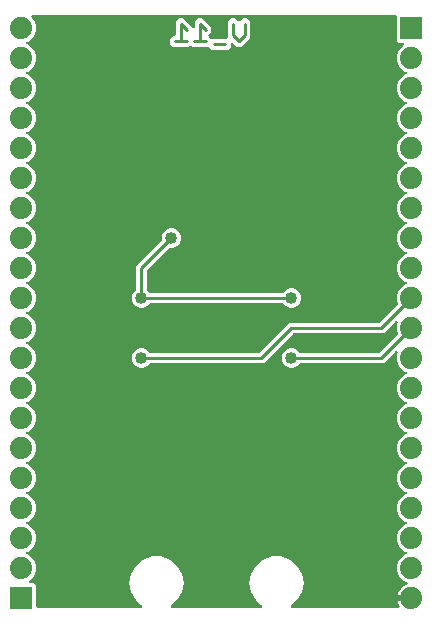
<source format=gbr>
G04 EAGLE Gerber RS-274X export*
G75*
%MOMM*%
%FSLAX34Y34*%
%LPD*%
%INBottom Copper*%
%IPPOS*%
%AMOC8*
5,1,8,0,0,1.08239X$1,22.5*%
G01*
%ADD10C,0.279400*%
%ADD11R,1.879600X1.879600*%
%ADD12C,1.879600*%
%ADD13C,1.016000*%
%ADD14C,0.254000*%

G36*
X113502Y4323D02*
X113502Y4323D01*
X113537Y4321D01*
X113659Y4343D01*
X113782Y4359D01*
X113815Y4372D01*
X113850Y4378D01*
X113963Y4430D01*
X114078Y4476D01*
X114106Y4496D01*
X114139Y4511D01*
X114235Y4590D01*
X114335Y4662D01*
X114358Y4690D01*
X114385Y4712D01*
X114459Y4812D01*
X114538Y4907D01*
X114553Y4939D01*
X114574Y4968D01*
X114621Y5083D01*
X114674Y5195D01*
X114680Y5230D01*
X114693Y5263D01*
X114710Y5386D01*
X114733Y5507D01*
X114731Y5543D01*
X114736Y5578D01*
X114721Y5701D01*
X114714Y5825D01*
X114703Y5859D01*
X114698Y5894D01*
X114654Y6009D01*
X114616Y6127D01*
X114597Y6157D01*
X114584Y6190D01*
X114512Y6291D01*
X114445Y6396D01*
X114420Y6420D01*
X114399Y6449D01*
X114282Y6560D01*
X109415Y10644D01*
X105429Y17549D01*
X104045Y25400D01*
X105429Y33251D01*
X109415Y40155D01*
X115522Y45280D01*
X123014Y48007D01*
X130986Y48007D01*
X138478Y45280D01*
X144585Y40156D01*
X148571Y33251D01*
X149955Y25400D01*
X148571Y17549D01*
X144585Y10645D01*
X139718Y6560D01*
X139694Y6534D01*
X139665Y6514D01*
X139586Y6418D01*
X139501Y6327D01*
X139485Y6296D01*
X139462Y6269D01*
X139409Y6156D01*
X139350Y6047D01*
X139342Y6013D01*
X139326Y5981D01*
X139303Y5859D01*
X139273Y5739D01*
X139273Y5703D01*
X139267Y5668D01*
X139274Y5545D01*
X139275Y5421D01*
X139284Y5386D01*
X139286Y5351D01*
X139325Y5233D01*
X139356Y5113D01*
X139374Y5082D01*
X139384Y5049D01*
X139451Y4944D01*
X139511Y4835D01*
X139536Y4810D01*
X139555Y4780D01*
X139645Y4695D01*
X139730Y4605D01*
X139760Y4586D01*
X139786Y4562D01*
X139895Y4502D01*
X140000Y4436D01*
X140034Y4425D01*
X140065Y4408D01*
X140185Y4377D01*
X140303Y4340D01*
X140338Y4338D01*
X140373Y4329D01*
X140533Y4319D01*
X215067Y4319D01*
X215102Y4323D01*
X215137Y4321D01*
X215259Y4343D01*
X215382Y4359D01*
X215415Y4372D01*
X215450Y4378D01*
X215563Y4430D01*
X215678Y4476D01*
X215706Y4496D01*
X215739Y4511D01*
X215835Y4590D01*
X215935Y4662D01*
X215958Y4690D01*
X215985Y4712D01*
X216059Y4812D01*
X216138Y4907D01*
X216153Y4939D01*
X216174Y4968D01*
X216221Y5083D01*
X216274Y5195D01*
X216280Y5230D01*
X216293Y5263D01*
X216310Y5386D01*
X216333Y5507D01*
X216331Y5543D01*
X216336Y5578D01*
X216321Y5701D01*
X216314Y5825D01*
X216303Y5859D01*
X216298Y5894D01*
X216254Y6009D01*
X216216Y6127D01*
X216197Y6157D01*
X216184Y6190D01*
X216112Y6291D01*
X216045Y6396D01*
X216020Y6420D01*
X215999Y6449D01*
X215882Y6560D01*
X211015Y10644D01*
X207029Y17549D01*
X205645Y25400D01*
X207029Y33251D01*
X211015Y40155D01*
X217122Y45280D01*
X224614Y48007D01*
X232586Y48007D01*
X240078Y45280D01*
X246185Y40156D01*
X250171Y33251D01*
X251555Y25400D01*
X250171Y17549D01*
X246185Y10645D01*
X241318Y6560D01*
X241294Y6534D01*
X241265Y6514D01*
X241186Y6418D01*
X241101Y6327D01*
X241085Y6296D01*
X241062Y6269D01*
X241009Y6156D01*
X240950Y6047D01*
X240942Y6013D01*
X240926Y5981D01*
X240903Y5859D01*
X240873Y5739D01*
X240873Y5703D01*
X240867Y5668D01*
X240874Y5545D01*
X240875Y5421D01*
X240884Y5386D01*
X240886Y5351D01*
X240925Y5233D01*
X240956Y5113D01*
X240974Y5082D01*
X240984Y5049D01*
X241051Y4944D01*
X241111Y4835D01*
X241136Y4810D01*
X241155Y4780D01*
X241245Y4695D01*
X241330Y4605D01*
X241360Y4586D01*
X241386Y4562D01*
X241495Y4502D01*
X241600Y4436D01*
X241634Y4425D01*
X241665Y4408D01*
X241785Y4377D01*
X241903Y4340D01*
X241938Y4338D01*
X241973Y4329D01*
X242133Y4319D01*
X331741Y4319D01*
X331781Y4324D01*
X331821Y4321D01*
X331938Y4344D01*
X332057Y4359D01*
X332094Y4373D01*
X332133Y4381D01*
X332241Y4432D01*
X332352Y4476D01*
X332385Y4499D01*
X332421Y4516D01*
X332513Y4592D01*
X332610Y4662D01*
X332635Y4693D01*
X332666Y4719D01*
X332736Y4815D01*
X332813Y4907D01*
X332830Y4944D01*
X332853Y4976D01*
X332897Y5087D01*
X332948Y5195D01*
X332956Y5234D01*
X332970Y5271D01*
X332985Y5390D01*
X333008Y5507D01*
X333005Y5547D01*
X333010Y5587D01*
X332996Y5706D01*
X332988Y5825D01*
X332976Y5863D01*
X332971Y5902D01*
X332927Y6014D01*
X332890Y6127D01*
X332869Y6161D01*
X332854Y6198D01*
X332768Y6334D01*
X332689Y6443D01*
X331836Y8117D01*
X331255Y9904D01*
X331215Y10161D01*
X341630Y10161D01*
X341748Y10176D01*
X341867Y10183D01*
X341905Y10196D01*
X341945Y10201D01*
X342056Y10244D01*
X342169Y10281D01*
X342203Y10303D01*
X342241Y10318D01*
X342337Y10388D01*
X342438Y10451D01*
X342466Y10481D01*
X342498Y10504D01*
X342574Y10596D01*
X342656Y10683D01*
X342675Y10718D01*
X342701Y10749D01*
X342752Y10857D01*
X342809Y10961D01*
X342820Y11001D01*
X342837Y11037D01*
X342859Y11154D01*
X342889Y11269D01*
X342893Y11330D01*
X342897Y11350D01*
X342895Y11370D01*
X342899Y11430D01*
X342899Y13970D01*
X342884Y14088D01*
X342877Y14207D01*
X342864Y14245D01*
X342859Y14285D01*
X342815Y14396D01*
X342779Y14509D01*
X342757Y14544D01*
X342742Y14581D01*
X342672Y14677D01*
X342609Y14778D01*
X342579Y14806D01*
X342555Y14839D01*
X342464Y14914D01*
X342377Y14996D01*
X342342Y15016D01*
X342310Y15041D01*
X342203Y15092D01*
X342098Y15150D01*
X342059Y15160D01*
X342023Y15177D01*
X341906Y15199D01*
X341791Y15229D01*
X341730Y15233D01*
X341710Y15237D01*
X341690Y15235D01*
X341630Y15239D01*
X331215Y15239D01*
X331255Y15496D01*
X331836Y17283D01*
X332689Y18957D01*
X333794Y20478D01*
X335122Y21806D01*
X336643Y22911D01*
X338317Y23764D01*
X338782Y23915D01*
X338809Y23928D01*
X338838Y23935D01*
X338952Y23995D01*
X339070Y24050D01*
X339093Y24069D01*
X339119Y24083D01*
X339215Y24170D01*
X339315Y24253D01*
X339332Y24277D01*
X339354Y24297D01*
X339426Y24406D01*
X339502Y24510D01*
X339513Y24538D01*
X339529Y24563D01*
X339571Y24686D01*
X339619Y24806D01*
X339623Y24836D01*
X339632Y24864D01*
X339643Y24993D01*
X339659Y25121D01*
X339655Y25151D01*
X339658Y25181D01*
X339635Y25309D01*
X339619Y25437D01*
X339608Y25465D01*
X339603Y25494D01*
X339550Y25612D01*
X339502Y25733D01*
X339485Y25757D01*
X339473Y25784D01*
X339392Y25885D01*
X339316Y25990D01*
X339293Y26009D01*
X339274Y26033D01*
X339170Y26111D01*
X339071Y26193D01*
X339044Y26206D01*
X339020Y26224D01*
X338875Y26295D01*
X335850Y27548D01*
X332348Y31050D01*
X330453Y35624D01*
X330453Y40576D01*
X332348Y45150D01*
X335850Y48652D01*
X338205Y49627D01*
X338325Y49696D01*
X338448Y49761D01*
X338463Y49775D01*
X338481Y49785D01*
X338581Y49882D01*
X338684Y49975D01*
X338695Y49992D01*
X338709Y50006D01*
X338782Y50125D01*
X338858Y50241D01*
X338865Y50260D01*
X338876Y50277D01*
X338916Y50410D01*
X338962Y50542D01*
X338963Y50562D01*
X338969Y50581D01*
X338976Y50720D01*
X338987Y50859D01*
X338983Y50879D01*
X338984Y50899D01*
X338956Y51035D01*
X338932Y51172D01*
X338924Y51191D01*
X338920Y51210D01*
X338859Y51336D01*
X338802Y51462D01*
X338789Y51478D01*
X338780Y51496D01*
X338690Y51602D01*
X338603Y51710D01*
X338587Y51723D01*
X338574Y51738D01*
X338460Y51818D01*
X338349Y51902D01*
X338324Y51914D01*
X338314Y51921D01*
X338295Y51928D01*
X338205Y51973D01*
X335850Y52948D01*
X332348Y56450D01*
X330453Y61024D01*
X330453Y65976D01*
X332348Y70550D01*
X335850Y74052D01*
X338205Y75027D01*
X338325Y75096D01*
X338448Y75161D01*
X338463Y75175D01*
X338481Y75185D01*
X338581Y75282D01*
X338684Y75375D01*
X338695Y75392D01*
X338709Y75406D01*
X338782Y75525D01*
X338858Y75641D01*
X338865Y75660D01*
X338876Y75677D01*
X338916Y75810D01*
X338962Y75942D01*
X338963Y75962D01*
X338969Y75981D01*
X338976Y76120D01*
X338987Y76259D01*
X338983Y76279D01*
X338984Y76299D01*
X338956Y76435D01*
X338932Y76572D01*
X338924Y76591D01*
X338920Y76610D01*
X338859Y76736D01*
X338802Y76862D01*
X338789Y76878D01*
X338780Y76896D01*
X338690Y77002D01*
X338603Y77110D01*
X338587Y77123D01*
X338574Y77138D01*
X338460Y77218D01*
X338349Y77302D01*
X338324Y77314D01*
X338314Y77321D01*
X338295Y77328D01*
X338205Y77373D01*
X335850Y78348D01*
X332348Y81850D01*
X330453Y86424D01*
X330453Y91376D01*
X332348Y95950D01*
X335850Y99452D01*
X338205Y100427D01*
X338325Y100496D01*
X338448Y100561D01*
X338463Y100575D01*
X338481Y100585D01*
X338581Y100682D01*
X338684Y100775D01*
X338695Y100792D01*
X338709Y100806D01*
X338782Y100925D01*
X338858Y101041D01*
X338865Y101060D01*
X338876Y101077D01*
X338916Y101210D01*
X338962Y101342D01*
X338963Y101362D01*
X338969Y101381D01*
X338976Y101520D01*
X338987Y101659D01*
X338983Y101679D01*
X338984Y101699D01*
X338956Y101835D01*
X338932Y101972D01*
X338924Y101991D01*
X338920Y102010D01*
X338859Y102136D01*
X338802Y102262D01*
X338789Y102278D01*
X338780Y102296D01*
X338690Y102402D01*
X338603Y102510D01*
X338587Y102523D01*
X338574Y102538D01*
X338460Y102618D01*
X338349Y102702D01*
X338324Y102714D01*
X338314Y102721D01*
X338295Y102728D01*
X338205Y102773D01*
X335850Y103748D01*
X332348Y107250D01*
X330453Y111824D01*
X330453Y116776D01*
X332348Y121350D01*
X335850Y124852D01*
X338205Y125827D01*
X338325Y125896D01*
X338448Y125961D01*
X338463Y125975D01*
X338481Y125985D01*
X338581Y126082D01*
X338684Y126175D01*
X338695Y126192D01*
X338709Y126206D01*
X338782Y126325D01*
X338858Y126441D01*
X338865Y126460D01*
X338876Y126477D01*
X338916Y126610D01*
X338962Y126742D01*
X338963Y126762D01*
X338969Y126781D01*
X338976Y126920D01*
X338987Y127059D01*
X338983Y127079D01*
X338984Y127099D01*
X338956Y127235D01*
X338932Y127372D01*
X338924Y127391D01*
X338920Y127410D01*
X338859Y127536D01*
X338802Y127662D01*
X338789Y127678D01*
X338780Y127696D01*
X338690Y127802D01*
X338603Y127910D01*
X338587Y127923D01*
X338574Y127938D01*
X338460Y128018D01*
X338349Y128102D01*
X338324Y128114D01*
X338314Y128121D01*
X338295Y128128D01*
X338205Y128173D01*
X335850Y129148D01*
X332348Y132650D01*
X330453Y137224D01*
X330453Y142176D01*
X332348Y146750D01*
X335850Y150252D01*
X338205Y151227D01*
X338325Y151296D01*
X338448Y151361D01*
X338463Y151375D01*
X338481Y151385D01*
X338581Y151482D01*
X338684Y151575D01*
X338695Y151592D01*
X338709Y151606D01*
X338782Y151725D01*
X338858Y151841D01*
X338865Y151860D01*
X338876Y151877D01*
X338917Y152010D01*
X338962Y152142D01*
X338963Y152162D01*
X338969Y152181D01*
X338976Y152320D01*
X338987Y152459D01*
X338983Y152479D01*
X338984Y152499D01*
X338956Y152635D01*
X338932Y152772D01*
X338924Y152791D01*
X338920Y152810D01*
X338859Y152936D01*
X338802Y153062D01*
X338789Y153078D01*
X338780Y153096D01*
X338690Y153202D01*
X338603Y153310D01*
X338587Y153323D01*
X338574Y153338D01*
X338460Y153418D01*
X338349Y153502D01*
X338324Y153514D01*
X338314Y153521D01*
X338295Y153528D01*
X338205Y153573D01*
X335849Y154548D01*
X332348Y158050D01*
X330453Y162624D01*
X330453Y167576D01*
X332348Y172150D01*
X335850Y175652D01*
X338205Y176627D01*
X338325Y176696D01*
X338448Y176761D01*
X338463Y176775D01*
X338481Y176785D01*
X338581Y176882D01*
X338684Y176975D01*
X338695Y176992D01*
X338709Y177006D01*
X338782Y177125D01*
X338858Y177241D01*
X338865Y177260D01*
X338876Y177277D01*
X338917Y177410D01*
X338962Y177542D01*
X338963Y177562D01*
X338969Y177581D01*
X338976Y177720D01*
X338987Y177859D01*
X338983Y177879D01*
X338984Y177899D01*
X338956Y178035D01*
X338932Y178172D01*
X338924Y178191D01*
X338920Y178210D01*
X338859Y178336D01*
X338802Y178462D01*
X338789Y178478D01*
X338780Y178496D01*
X338690Y178602D01*
X338603Y178710D01*
X338587Y178723D01*
X338574Y178738D01*
X338460Y178818D01*
X338349Y178902D01*
X338324Y178914D01*
X338314Y178921D01*
X338295Y178928D01*
X338205Y178973D01*
X335849Y179948D01*
X332348Y183450D01*
X330453Y188024D01*
X330453Y192976D01*
X332348Y197550D01*
X335850Y201052D01*
X338205Y202027D01*
X338325Y202096D01*
X338448Y202161D01*
X338463Y202175D01*
X338481Y202185D01*
X338581Y202282D01*
X338684Y202375D01*
X338695Y202392D01*
X338709Y202406D01*
X338782Y202525D01*
X338858Y202641D01*
X338865Y202660D01*
X338876Y202677D01*
X338917Y202810D01*
X338962Y202942D01*
X338963Y202962D01*
X338969Y202981D01*
X338976Y203120D01*
X338987Y203259D01*
X338983Y203279D01*
X338984Y203299D01*
X338956Y203435D01*
X338932Y203572D01*
X338924Y203591D01*
X338920Y203610D01*
X338859Y203736D01*
X338802Y203862D01*
X338789Y203878D01*
X338780Y203896D01*
X338690Y204002D01*
X338603Y204110D01*
X338587Y204123D01*
X338574Y204138D01*
X338460Y204218D01*
X338349Y204302D01*
X338324Y204314D01*
X338314Y204321D01*
X338295Y204328D01*
X338205Y204373D01*
X335849Y205348D01*
X332348Y208850D01*
X330453Y213424D01*
X330453Y218376D01*
X331101Y219940D01*
X331120Y220008D01*
X331147Y220072D01*
X331162Y220161D01*
X331185Y220247D01*
X331186Y220317D01*
X331197Y220386D01*
X331189Y220475D01*
X331190Y220565D01*
X331174Y220633D01*
X331168Y220702D01*
X331137Y220787D01*
X331116Y220874D01*
X331084Y220936D01*
X331060Y221002D01*
X331009Y221076D01*
X330967Y221155D01*
X330921Y221207D01*
X330881Y221265D01*
X330814Y221324D01*
X330754Y221391D01*
X330695Y221429D01*
X330643Y221475D01*
X330563Y221516D01*
X330488Y221566D01*
X330422Y221588D01*
X330360Y221620D01*
X330272Y221640D01*
X330187Y221669D01*
X330117Y221674D01*
X330049Y221690D01*
X329960Y221687D01*
X329870Y221694D01*
X329801Y221682D01*
X329731Y221680D01*
X329645Y221655D01*
X329557Y221640D01*
X329493Y221611D01*
X329426Y221592D01*
X329349Y221546D01*
X329267Y221509D01*
X329212Y221465D01*
X329152Y221430D01*
X329031Y221324D01*
X319289Y211581D01*
X249003Y211581D01*
X248905Y211569D01*
X248806Y211566D01*
X248747Y211549D01*
X248687Y211541D01*
X248595Y211505D01*
X248500Y211477D01*
X248448Y211447D01*
X248392Y211424D01*
X248312Y211366D01*
X248226Y211316D01*
X248151Y211250D01*
X248134Y211238D01*
X248126Y211228D01*
X248105Y211210D01*
X245905Y209009D01*
X242917Y207771D01*
X239683Y207771D01*
X236695Y209009D01*
X234409Y211295D01*
X233171Y214283D01*
X233171Y217517D01*
X234409Y220505D01*
X236695Y222791D01*
X239683Y224029D01*
X242917Y224029D01*
X245905Y222791D01*
X248105Y220590D01*
X248184Y220530D01*
X248256Y220462D01*
X248309Y220433D01*
X248357Y220396D01*
X248448Y220356D01*
X248534Y220308D01*
X248593Y220293D01*
X248648Y220269D01*
X248746Y220254D01*
X248842Y220229D01*
X248942Y220223D01*
X248963Y220219D01*
X248975Y220221D01*
X249003Y220219D01*
X315185Y220219D01*
X315284Y220231D01*
X315383Y220234D01*
X315441Y220251D01*
X315501Y220259D01*
X315593Y220295D01*
X315688Y220323D01*
X315740Y220353D01*
X315797Y220376D01*
X315877Y220434D01*
X315962Y220484D01*
X316037Y220550D01*
X316054Y220562D01*
X316062Y220572D01*
X316083Y220590D01*
X330985Y235493D01*
X331003Y235516D01*
X331026Y235535D01*
X331100Y235641D01*
X331180Y235744D01*
X331192Y235771D01*
X331209Y235795D01*
X331255Y235917D01*
X331306Y236036D01*
X331311Y236065D01*
X331322Y236093D01*
X331336Y236222D01*
X331356Y236350D01*
X331353Y236379D01*
X331357Y236409D01*
X331339Y236537D01*
X331326Y236667D01*
X331316Y236694D01*
X331312Y236724D01*
X331260Y236876D01*
X330453Y238824D01*
X330453Y243776D01*
X331101Y245340D01*
X331120Y245408D01*
X331147Y245472D01*
X331162Y245561D01*
X331185Y245647D01*
X331186Y245717D01*
X331197Y245786D01*
X331189Y245875D01*
X331190Y245965D01*
X331174Y246033D01*
X331168Y246102D01*
X331137Y246187D01*
X331116Y246274D01*
X331084Y246336D01*
X331060Y246402D01*
X331009Y246476D01*
X330967Y246555D01*
X330921Y246607D01*
X330881Y246665D01*
X330814Y246724D01*
X330754Y246791D01*
X330695Y246829D01*
X330643Y246875D01*
X330563Y246916D01*
X330488Y246966D01*
X330422Y246988D01*
X330360Y247020D01*
X330272Y247040D01*
X330187Y247069D01*
X330117Y247074D01*
X330049Y247090D01*
X329960Y247087D01*
X329870Y247094D01*
X329801Y247082D01*
X329731Y247080D01*
X329645Y247055D01*
X329557Y247040D01*
X329493Y247011D01*
X329426Y246992D01*
X329349Y246946D01*
X329267Y246909D01*
X329212Y246865D01*
X329152Y246830D01*
X329031Y246724D01*
X319289Y236981D01*
X243615Y236981D01*
X243516Y236969D01*
X243417Y236966D01*
X243359Y236949D01*
X243299Y236941D01*
X243207Y236905D01*
X243112Y236877D01*
X243060Y236847D01*
X243003Y236824D01*
X242923Y236766D01*
X242838Y236716D01*
X242763Y236650D01*
X242746Y236638D01*
X242738Y236628D01*
X242717Y236610D01*
X217689Y211581D01*
X122003Y211581D01*
X121905Y211569D01*
X121806Y211566D01*
X121747Y211549D01*
X121687Y211541D01*
X121595Y211505D01*
X121500Y211477D01*
X121448Y211447D01*
X121392Y211424D01*
X121312Y211366D01*
X121226Y211316D01*
X121151Y211250D01*
X121134Y211238D01*
X121126Y211228D01*
X121105Y211210D01*
X118905Y209009D01*
X115917Y207771D01*
X112683Y207771D01*
X109695Y209009D01*
X107409Y211295D01*
X106171Y214283D01*
X106171Y217517D01*
X107409Y220505D01*
X109695Y222791D01*
X112683Y224029D01*
X115917Y224029D01*
X118905Y222791D01*
X121105Y220590D01*
X121184Y220530D01*
X121256Y220462D01*
X121309Y220433D01*
X121357Y220396D01*
X121448Y220356D01*
X121534Y220308D01*
X121593Y220293D01*
X121648Y220269D01*
X121746Y220254D01*
X121842Y220229D01*
X121942Y220223D01*
X121963Y220219D01*
X121975Y220221D01*
X122003Y220219D01*
X213585Y220219D01*
X213684Y220231D01*
X213783Y220234D01*
X213841Y220251D01*
X213901Y220259D01*
X213993Y220295D01*
X214088Y220323D01*
X214140Y220353D01*
X214197Y220376D01*
X214277Y220434D01*
X214362Y220484D01*
X214437Y220550D01*
X214454Y220562D01*
X214462Y220572D01*
X214483Y220590D01*
X239511Y245619D01*
X315185Y245619D01*
X315284Y245631D01*
X315383Y245634D01*
X315441Y245651D01*
X315501Y245659D01*
X315593Y245695D01*
X315688Y245723D01*
X315740Y245753D01*
X315797Y245776D01*
X315877Y245834D01*
X315962Y245884D01*
X316037Y245950D01*
X316054Y245962D01*
X316062Y245972D01*
X316083Y245990D01*
X330985Y260893D01*
X331003Y260916D01*
X331026Y260935D01*
X331100Y261041D01*
X331180Y261144D01*
X331192Y261171D01*
X331209Y261195D01*
X331255Y261317D01*
X331306Y261436D01*
X331311Y261465D01*
X331322Y261493D01*
X331336Y261622D01*
X331356Y261750D01*
X331353Y261779D01*
X331357Y261809D01*
X331339Y261937D01*
X331326Y262067D01*
X331316Y262094D01*
X331312Y262124D01*
X331260Y262276D01*
X330453Y264224D01*
X330453Y269176D01*
X332348Y273750D01*
X335850Y277252D01*
X338205Y278227D01*
X338325Y278296D01*
X338448Y278361D01*
X338463Y278375D01*
X338481Y278385D01*
X338581Y278482D01*
X338684Y278575D01*
X338695Y278592D01*
X338709Y278606D01*
X338782Y278725D01*
X338858Y278841D01*
X338865Y278860D01*
X338876Y278877D01*
X338917Y279010D01*
X338962Y279142D01*
X338963Y279162D01*
X338969Y279181D01*
X338976Y279320D01*
X338987Y279459D01*
X338983Y279479D01*
X338984Y279499D01*
X338956Y279635D01*
X338932Y279772D01*
X338924Y279791D01*
X338920Y279810D01*
X338859Y279936D01*
X338802Y280062D01*
X338789Y280078D01*
X338780Y280096D01*
X338690Y280202D01*
X338603Y280310D01*
X338587Y280323D01*
X338574Y280338D01*
X338460Y280418D01*
X338349Y280502D01*
X338324Y280514D01*
X338314Y280521D01*
X338295Y280528D01*
X338205Y280573D01*
X335849Y281548D01*
X332348Y285050D01*
X330453Y289624D01*
X330453Y294576D01*
X332348Y299150D01*
X335850Y302652D01*
X338205Y303627D01*
X338325Y303696D01*
X338448Y303761D01*
X338463Y303775D01*
X338481Y303785D01*
X338581Y303882D01*
X338684Y303975D01*
X338695Y303992D01*
X338709Y304006D01*
X338782Y304125D01*
X338858Y304241D01*
X338865Y304260D01*
X338876Y304277D01*
X338917Y304410D01*
X338962Y304542D01*
X338963Y304562D01*
X338969Y304581D01*
X338976Y304720D01*
X338987Y304859D01*
X338983Y304879D01*
X338984Y304899D01*
X338956Y305035D01*
X338932Y305172D01*
X338924Y305191D01*
X338920Y305210D01*
X338859Y305336D01*
X338802Y305462D01*
X338789Y305478D01*
X338780Y305496D01*
X338690Y305602D01*
X338603Y305710D01*
X338587Y305723D01*
X338574Y305738D01*
X338460Y305818D01*
X338349Y305902D01*
X338324Y305914D01*
X338314Y305921D01*
X338295Y305928D01*
X338205Y305973D01*
X335849Y306948D01*
X332348Y310450D01*
X330453Y315024D01*
X330453Y319976D01*
X332348Y324550D01*
X335850Y328052D01*
X338205Y329027D01*
X338325Y329096D01*
X338448Y329161D01*
X338463Y329175D01*
X338481Y329185D01*
X338581Y329282D01*
X338684Y329375D01*
X338695Y329392D01*
X338709Y329406D01*
X338782Y329525D01*
X338858Y329641D01*
X338865Y329660D01*
X338876Y329677D01*
X338917Y329810D01*
X338962Y329942D01*
X338963Y329962D01*
X338969Y329981D01*
X338976Y330120D01*
X338987Y330259D01*
X338983Y330279D01*
X338984Y330299D01*
X338956Y330435D01*
X338932Y330572D01*
X338924Y330591D01*
X338920Y330610D01*
X338859Y330736D01*
X338802Y330862D01*
X338789Y330878D01*
X338780Y330896D01*
X338690Y331002D01*
X338603Y331110D01*
X338587Y331123D01*
X338574Y331138D01*
X338460Y331218D01*
X338349Y331302D01*
X338324Y331314D01*
X338314Y331321D01*
X338295Y331328D01*
X338205Y331373D01*
X335849Y332348D01*
X332348Y335850D01*
X330453Y340424D01*
X330453Y345376D01*
X332348Y349950D01*
X335850Y353452D01*
X338205Y354427D01*
X338325Y354496D01*
X338448Y354561D01*
X338463Y354575D01*
X338481Y354585D01*
X338581Y354682D01*
X338684Y354775D01*
X338695Y354792D01*
X338709Y354806D01*
X338782Y354925D01*
X338858Y355041D01*
X338865Y355060D01*
X338876Y355077D01*
X338917Y355210D01*
X338962Y355342D01*
X338963Y355362D01*
X338969Y355381D01*
X338976Y355520D01*
X338987Y355659D01*
X338983Y355679D01*
X338984Y355699D01*
X338956Y355835D01*
X338932Y355972D01*
X338924Y355991D01*
X338920Y356010D01*
X338859Y356136D01*
X338802Y356262D01*
X338789Y356278D01*
X338780Y356296D01*
X338690Y356402D01*
X338603Y356510D01*
X338587Y356523D01*
X338574Y356538D01*
X338460Y356618D01*
X338349Y356702D01*
X338324Y356714D01*
X338314Y356721D01*
X338295Y356728D01*
X338205Y356773D01*
X335849Y357748D01*
X332348Y361250D01*
X330453Y365824D01*
X330453Y370776D01*
X332348Y375350D01*
X335850Y378852D01*
X338205Y379827D01*
X338325Y379896D01*
X338448Y379961D01*
X338463Y379975D01*
X338481Y379985D01*
X338581Y380082D01*
X338684Y380175D01*
X338695Y380192D01*
X338709Y380206D01*
X338782Y380325D01*
X338858Y380441D01*
X338865Y380460D01*
X338876Y380477D01*
X338917Y380610D01*
X338962Y380742D01*
X338963Y380762D01*
X338969Y380781D01*
X338976Y380920D01*
X338987Y381059D01*
X338983Y381079D01*
X338984Y381099D01*
X338956Y381235D01*
X338932Y381372D01*
X338924Y381391D01*
X338920Y381410D01*
X338859Y381536D01*
X338802Y381662D01*
X338789Y381678D01*
X338780Y381696D01*
X338690Y381802D01*
X338603Y381910D01*
X338587Y381923D01*
X338574Y381938D01*
X338460Y382018D01*
X338349Y382102D01*
X338324Y382114D01*
X338314Y382121D01*
X338295Y382128D01*
X338205Y382173D01*
X335849Y383148D01*
X332348Y386650D01*
X330453Y391224D01*
X330453Y396176D01*
X332348Y400750D01*
X335850Y404252D01*
X338205Y405227D01*
X338325Y405296D01*
X338448Y405361D01*
X338463Y405375D01*
X338481Y405385D01*
X338581Y405482D01*
X338684Y405575D01*
X338695Y405592D01*
X338709Y405606D01*
X338782Y405725D01*
X338858Y405841D01*
X338865Y405860D01*
X338876Y405877D01*
X338917Y406010D01*
X338962Y406142D01*
X338963Y406162D01*
X338969Y406181D01*
X338976Y406320D01*
X338987Y406459D01*
X338983Y406479D01*
X338984Y406499D01*
X338956Y406635D01*
X338932Y406772D01*
X338924Y406791D01*
X338920Y406810D01*
X338859Y406936D01*
X338802Y407062D01*
X338789Y407078D01*
X338780Y407096D01*
X338690Y407202D01*
X338603Y407310D01*
X338587Y407323D01*
X338574Y407338D01*
X338460Y407418D01*
X338349Y407502D01*
X338324Y407514D01*
X338314Y407521D01*
X338295Y407528D01*
X338205Y407573D01*
X335849Y408548D01*
X332348Y412050D01*
X330453Y416624D01*
X330453Y421576D01*
X332348Y426150D01*
X335850Y429652D01*
X338205Y430627D01*
X338325Y430696D01*
X338448Y430761D01*
X338463Y430775D01*
X338481Y430785D01*
X338581Y430882D01*
X338684Y430975D01*
X338695Y430992D01*
X338709Y431006D01*
X338782Y431125D01*
X338858Y431241D01*
X338865Y431260D01*
X338876Y431277D01*
X338917Y431410D01*
X338962Y431542D01*
X338963Y431562D01*
X338969Y431581D01*
X338976Y431720D01*
X338987Y431859D01*
X338983Y431879D01*
X338984Y431899D01*
X338956Y432035D01*
X338932Y432172D01*
X338924Y432191D01*
X338920Y432210D01*
X338859Y432336D01*
X338802Y432462D01*
X338789Y432478D01*
X338780Y432496D01*
X338690Y432602D01*
X338603Y432710D01*
X338587Y432723D01*
X338574Y432738D01*
X338460Y432818D01*
X338349Y432902D01*
X338324Y432914D01*
X338314Y432921D01*
X338295Y432928D01*
X338205Y432973D01*
X335849Y433948D01*
X332348Y437450D01*
X330453Y442024D01*
X330453Y446976D01*
X332348Y451550D01*
X335850Y455052D01*
X338205Y456027D01*
X338325Y456096D01*
X338448Y456161D01*
X338463Y456175D01*
X338481Y456185D01*
X338581Y456282D01*
X338684Y456375D01*
X338695Y456392D01*
X338709Y456406D01*
X338782Y456524D01*
X338858Y456641D01*
X338865Y456660D01*
X338876Y456677D01*
X338916Y456810D01*
X338962Y456942D01*
X338963Y456962D01*
X338969Y456981D01*
X338976Y457120D01*
X338987Y457259D01*
X338983Y457279D01*
X338984Y457299D01*
X338956Y457435D01*
X338932Y457572D01*
X338924Y457591D01*
X338920Y457610D01*
X338859Y457735D01*
X338802Y457862D01*
X338789Y457878D01*
X338780Y457896D01*
X338690Y458002D01*
X338603Y458110D01*
X338587Y458123D01*
X338574Y458138D01*
X338460Y458218D01*
X338349Y458302D01*
X338324Y458314D01*
X338314Y458321D01*
X338295Y458328D01*
X338205Y458373D01*
X335850Y459348D01*
X332348Y462850D01*
X330453Y467424D01*
X330453Y472376D01*
X332348Y476950D01*
X335864Y480466D01*
X335877Y480472D01*
X335950Y480524D01*
X336028Y480569D01*
X336078Y480617D01*
X336135Y480658D01*
X336192Y480728D01*
X336256Y480790D01*
X336293Y480850D01*
X336337Y480903D01*
X336376Y480985D01*
X336423Y481061D01*
X336443Y481128D01*
X336473Y481191D01*
X336490Y481279D01*
X336516Y481365D01*
X336520Y481435D01*
X336533Y481504D01*
X336527Y481593D01*
X336532Y481683D01*
X336517Y481751D01*
X336513Y481821D01*
X336485Y481906D01*
X336467Y481994D01*
X336437Y482057D01*
X336415Y482123D01*
X336367Y482199D01*
X336328Y482280D01*
X336282Y482333D01*
X336245Y482392D01*
X336179Y482454D01*
X336121Y482522D01*
X336064Y482562D01*
X336013Y482610D01*
X335935Y482653D01*
X335861Y482705D01*
X335796Y482730D01*
X335735Y482764D01*
X335648Y482786D01*
X335564Y482818D01*
X335494Y482826D01*
X335427Y482843D01*
X335266Y482853D01*
X332239Y482853D01*
X330453Y484639D01*
X330453Y504952D01*
X330438Y505070D01*
X330431Y505189D01*
X330418Y505227D01*
X330413Y505268D01*
X330370Y505378D01*
X330333Y505491D01*
X330311Y505526D01*
X330296Y505563D01*
X330227Y505659D01*
X330163Y505760D01*
X330133Y505788D01*
X330110Y505821D01*
X330018Y505897D01*
X329931Y505978D01*
X329896Y505998D01*
X329865Y506023D01*
X329757Y506074D01*
X329653Y506132D01*
X329613Y506142D01*
X329577Y506159D01*
X329460Y506181D01*
X329345Y506211D01*
X329285Y506215D01*
X329265Y506219D01*
X329244Y506217D01*
X329184Y506221D01*
X22445Y506221D01*
X22308Y506204D01*
X22169Y506191D01*
X22150Y506184D01*
X22130Y506181D01*
X22001Y506130D01*
X21870Y506083D01*
X21853Y506072D01*
X21834Y506064D01*
X21722Y505983D01*
X21607Y505905D01*
X21593Y505889D01*
X21577Y505878D01*
X21488Y505770D01*
X21396Y505666D01*
X21387Y505648D01*
X21374Y505633D01*
X21315Y505507D01*
X21251Y505383D01*
X21247Y505363D01*
X21238Y505345D01*
X21212Y505208D01*
X21182Y505073D01*
X21182Y505052D01*
X21179Y505033D01*
X21187Y504894D01*
X21191Y504755D01*
X21197Y504735D01*
X21198Y504715D01*
X21241Y504583D01*
X21280Y504449D01*
X21290Y504432D01*
X21296Y504413D01*
X21371Y504295D01*
X21441Y504175D01*
X21460Y504154D01*
X21467Y504144D01*
X21482Y504130D01*
X21548Y504055D01*
X23252Y502350D01*
X25147Y497776D01*
X25147Y492824D01*
X23252Y488250D01*
X19750Y484748D01*
X17395Y483773D01*
X17275Y483704D01*
X17152Y483639D01*
X17137Y483625D01*
X17119Y483615D01*
X17019Y483518D01*
X16916Y483425D01*
X16905Y483408D01*
X16891Y483394D01*
X16818Y483275D01*
X16742Y483159D01*
X16735Y483140D01*
X16724Y483123D01*
X16684Y482990D01*
X16638Y482858D01*
X16637Y482838D01*
X16631Y482819D01*
X16624Y482680D01*
X16613Y482541D01*
X16617Y482521D01*
X16616Y482501D01*
X16644Y482365D01*
X16668Y482228D01*
X16676Y482209D01*
X16680Y482190D01*
X16741Y482064D01*
X16798Y481938D01*
X16811Y481922D01*
X16820Y481904D01*
X16910Y481798D01*
X16997Y481690D01*
X17013Y481677D01*
X17026Y481662D01*
X17140Y481582D01*
X17251Y481498D01*
X17276Y481486D01*
X17286Y481479D01*
X17305Y481472D01*
X17395Y481427D01*
X19750Y480452D01*
X23252Y476950D01*
X25147Y472376D01*
X25147Y467424D01*
X23252Y462850D01*
X19750Y459348D01*
X17395Y458373D01*
X17275Y458304D01*
X17152Y458239D01*
X17137Y458225D01*
X17119Y458215D01*
X17019Y458118D01*
X16916Y458025D01*
X16905Y458008D01*
X16891Y457994D01*
X16818Y457875D01*
X16742Y457759D01*
X16735Y457740D01*
X16724Y457723D01*
X16684Y457590D01*
X16638Y457458D01*
X16637Y457438D01*
X16631Y457419D01*
X16624Y457280D01*
X16613Y457141D01*
X16617Y457121D01*
X16616Y457101D01*
X16644Y456965D01*
X16668Y456828D01*
X16676Y456809D01*
X16680Y456790D01*
X16741Y456664D01*
X16798Y456538D01*
X16811Y456522D01*
X16820Y456504D01*
X16910Y456398D01*
X16997Y456290D01*
X17013Y456277D01*
X17026Y456262D01*
X17140Y456182D01*
X17251Y456098D01*
X17276Y456086D01*
X17286Y456079D01*
X17305Y456072D01*
X17395Y456027D01*
X19750Y455052D01*
X23252Y451550D01*
X25147Y446976D01*
X25147Y442024D01*
X23252Y437450D01*
X19750Y433948D01*
X17395Y432973D01*
X17275Y432904D01*
X17152Y432839D01*
X17137Y432825D01*
X17119Y432815D01*
X17019Y432718D01*
X16916Y432625D01*
X16905Y432608D01*
X16891Y432594D01*
X16818Y432475D01*
X16742Y432359D01*
X16735Y432340D01*
X16724Y432323D01*
X16684Y432190D01*
X16638Y432058D01*
X16637Y432038D01*
X16631Y432019D01*
X16624Y431880D01*
X16613Y431741D01*
X16617Y431721D01*
X16616Y431701D01*
X16644Y431565D01*
X16668Y431428D01*
X16676Y431409D01*
X16680Y431390D01*
X16741Y431264D01*
X16798Y431138D01*
X16811Y431122D01*
X16820Y431104D01*
X16910Y430998D01*
X16997Y430890D01*
X17013Y430877D01*
X17026Y430862D01*
X17140Y430782D01*
X17251Y430698D01*
X17276Y430686D01*
X17286Y430679D01*
X17305Y430672D01*
X17395Y430627D01*
X19750Y429652D01*
X23252Y426150D01*
X25147Y421576D01*
X25147Y416624D01*
X23252Y412050D01*
X19750Y408548D01*
X17395Y407573D01*
X17275Y407504D01*
X17152Y407439D01*
X17137Y407425D01*
X17119Y407415D01*
X17019Y407318D01*
X16916Y407225D01*
X16905Y407208D01*
X16891Y407194D01*
X16818Y407075D01*
X16742Y406959D01*
X16735Y406940D01*
X16724Y406923D01*
X16684Y406790D01*
X16638Y406658D01*
X16637Y406638D01*
X16631Y406619D01*
X16624Y406480D01*
X16613Y406341D01*
X16617Y406321D01*
X16616Y406301D01*
X16644Y406165D01*
X16668Y406028D01*
X16676Y406009D01*
X16680Y405990D01*
X16741Y405864D01*
X16798Y405738D01*
X16811Y405722D01*
X16820Y405704D01*
X16910Y405598D01*
X16997Y405490D01*
X17013Y405477D01*
X17026Y405462D01*
X17140Y405382D01*
X17251Y405298D01*
X17276Y405286D01*
X17286Y405279D01*
X17305Y405272D01*
X17395Y405227D01*
X19750Y404252D01*
X23252Y400750D01*
X25147Y396176D01*
X25147Y391224D01*
X23252Y386650D01*
X19750Y383148D01*
X17395Y382173D01*
X17275Y382104D01*
X17152Y382039D01*
X17137Y382025D01*
X17119Y382015D01*
X17019Y381918D01*
X16916Y381825D01*
X16905Y381808D01*
X16891Y381794D01*
X16818Y381675D01*
X16742Y381559D01*
X16735Y381540D01*
X16724Y381523D01*
X16684Y381390D01*
X16638Y381258D01*
X16637Y381238D01*
X16631Y381219D01*
X16624Y381080D01*
X16613Y380941D01*
X16617Y380921D01*
X16616Y380901D01*
X16644Y380765D01*
X16668Y380628D01*
X16676Y380609D01*
X16680Y380590D01*
X16741Y380464D01*
X16798Y380338D01*
X16811Y380322D01*
X16820Y380304D01*
X16910Y380198D01*
X16997Y380090D01*
X17013Y380077D01*
X17026Y380062D01*
X17140Y379982D01*
X17251Y379898D01*
X17276Y379886D01*
X17286Y379879D01*
X17305Y379872D01*
X17395Y379827D01*
X19750Y378852D01*
X23252Y375350D01*
X25147Y370776D01*
X25147Y365824D01*
X23252Y361250D01*
X19750Y357748D01*
X17395Y356773D01*
X17275Y356704D01*
X17152Y356639D01*
X17137Y356625D01*
X17119Y356615D01*
X17019Y356518D01*
X16916Y356425D01*
X16905Y356408D01*
X16891Y356394D01*
X16818Y356275D01*
X16742Y356159D01*
X16735Y356140D01*
X16724Y356123D01*
X16684Y355990D01*
X16638Y355858D01*
X16637Y355838D01*
X16631Y355819D01*
X16624Y355680D01*
X16613Y355541D01*
X16617Y355521D01*
X16616Y355501D01*
X16644Y355365D01*
X16668Y355228D01*
X16676Y355209D01*
X16680Y355190D01*
X16741Y355064D01*
X16798Y354938D01*
X16811Y354922D01*
X16820Y354904D01*
X16910Y354798D01*
X16997Y354690D01*
X17013Y354677D01*
X17026Y354662D01*
X17140Y354582D01*
X17251Y354498D01*
X17276Y354486D01*
X17286Y354479D01*
X17305Y354472D01*
X17395Y354427D01*
X19750Y353452D01*
X23252Y349950D01*
X25147Y345376D01*
X25147Y340424D01*
X23252Y335850D01*
X19750Y332348D01*
X17395Y331373D01*
X17275Y331304D01*
X17152Y331239D01*
X17137Y331225D01*
X17119Y331215D01*
X17019Y331118D01*
X16916Y331025D01*
X16905Y331008D01*
X16891Y330994D01*
X16818Y330875D01*
X16742Y330759D01*
X16735Y330740D01*
X16724Y330723D01*
X16684Y330590D01*
X16638Y330458D01*
X16637Y330438D01*
X16631Y330419D01*
X16624Y330280D01*
X16613Y330141D01*
X16617Y330121D01*
X16616Y330101D01*
X16644Y329965D01*
X16668Y329828D01*
X16676Y329809D01*
X16680Y329790D01*
X16741Y329664D01*
X16798Y329538D01*
X16811Y329522D01*
X16820Y329504D01*
X16910Y329398D01*
X16997Y329290D01*
X17013Y329277D01*
X17026Y329262D01*
X17140Y329182D01*
X17251Y329098D01*
X17276Y329086D01*
X17286Y329079D01*
X17305Y329072D01*
X17395Y329027D01*
X19750Y328052D01*
X23252Y324550D01*
X25147Y319976D01*
X25147Y315024D01*
X23252Y310450D01*
X19750Y306948D01*
X17395Y305973D01*
X17275Y305904D01*
X17152Y305839D01*
X17137Y305825D01*
X17119Y305815D01*
X17019Y305718D01*
X16916Y305625D01*
X16905Y305608D01*
X16891Y305594D01*
X16818Y305475D01*
X16742Y305359D01*
X16735Y305340D01*
X16724Y305323D01*
X16684Y305190D01*
X16638Y305058D01*
X16637Y305038D01*
X16631Y305019D01*
X16624Y304880D01*
X16613Y304741D01*
X16617Y304721D01*
X16616Y304701D01*
X16644Y304565D01*
X16668Y304428D01*
X16676Y304409D01*
X16680Y304390D01*
X16741Y304264D01*
X16798Y304138D01*
X16811Y304122D01*
X16820Y304104D01*
X16910Y303998D01*
X16997Y303890D01*
X17013Y303877D01*
X17026Y303862D01*
X17140Y303782D01*
X17251Y303698D01*
X17276Y303686D01*
X17286Y303679D01*
X17305Y303672D01*
X17395Y303627D01*
X19750Y302652D01*
X23252Y299150D01*
X25147Y294576D01*
X25147Y289624D01*
X23252Y285050D01*
X19750Y281548D01*
X17395Y280573D01*
X17275Y280504D01*
X17152Y280439D01*
X17137Y280425D01*
X17119Y280415D01*
X17019Y280318D01*
X16916Y280225D01*
X16905Y280208D01*
X16891Y280194D01*
X16818Y280075D01*
X16742Y279959D01*
X16735Y279940D01*
X16724Y279923D01*
X16684Y279790D01*
X16638Y279658D01*
X16637Y279638D01*
X16631Y279619D01*
X16624Y279480D01*
X16613Y279341D01*
X16617Y279321D01*
X16616Y279301D01*
X16644Y279165D01*
X16668Y279028D01*
X16676Y279009D01*
X16680Y278990D01*
X16741Y278864D01*
X16798Y278738D01*
X16811Y278722D01*
X16820Y278704D01*
X16910Y278598D01*
X16997Y278490D01*
X17013Y278477D01*
X17026Y278462D01*
X17140Y278382D01*
X17251Y278298D01*
X17276Y278286D01*
X17286Y278279D01*
X17305Y278272D01*
X17395Y278227D01*
X19750Y277252D01*
X23252Y273750D01*
X25147Y269176D01*
X25147Y264224D01*
X23252Y259650D01*
X19750Y256148D01*
X17395Y255173D01*
X17275Y255104D01*
X17152Y255039D01*
X17137Y255025D01*
X17119Y255015D01*
X17019Y254918D01*
X16916Y254825D01*
X16905Y254808D01*
X16891Y254794D01*
X16818Y254675D01*
X16742Y254559D01*
X16735Y254540D01*
X16724Y254523D01*
X16684Y254390D01*
X16638Y254258D01*
X16637Y254238D01*
X16631Y254219D01*
X16624Y254080D01*
X16613Y253941D01*
X16617Y253921D01*
X16616Y253901D01*
X16644Y253765D01*
X16668Y253628D01*
X16676Y253609D01*
X16680Y253590D01*
X16741Y253464D01*
X16798Y253338D01*
X16811Y253322D01*
X16820Y253304D01*
X16910Y253198D01*
X16997Y253090D01*
X17013Y253077D01*
X17026Y253062D01*
X17140Y252982D01*
X17251Y252898D01*
X17276Y252886D01*
X17286Y252879D01*
X17305Y252872D01*
X17395Y252827D01*
X19750Y251852D01*
X23252Y248350D01*
X25147Y243776D01*
X25147Y238824D01*
X23252Y234250D01*
X19750Y230748D01*
X17395Y229773D01*
X17275Y229704D01*
X17152Y229639D01*
X17137Y229625D01*
X17119Y229615D01*
X17019Y229518D01*
X16916Y229425D01*
X16905Y229408D01*
X16891Y229394D01*
X16818Y229275D01*
X16742Y229159D01*
X16735Y229140D01*
X16724Y229123D01*
X16684Y228990D01*
X16638Y228858D01*
X16637Y228838D01*
X16631Y228819D01*
X16624Y228680D01*
X16613Y228541D01*
X16617Y228521D01*
X16616Y228501D01*
X16644Y228365D01*
X16668Y228228D01*
X16676Y228209D01*
X16680Y228190D01*
X16741Y228064D01*
X16798Y227938D01*
X16811Y227922D01*
X16820Y227904D01*
X16910Y227798D01*
X16997Y227690D01*
X17013Y227677D01*
X17026Y227662D01*
X17140Y227582D01*
X17251Y227498D01*
X17276Y227486D01*
X17286Y227479D01*
X17305Y227472D01*
X17395Y227427D01*
X19750Y226452D01*
X23252Y222950D01*
X25147Y218376D01*
X25147Y213424D01*
X23252Y208850D01*
X19750Y205348D01*
X17395Y204373D01*
X17275Y204304D01*
X17152Y204239D01*
X17137Y204225D01*
X17119Y204215D01*
X17019Y204118D01*
X16916Y204025D01*
X16905Y204008D01*
X16891Y203994D01*
X16818Y203875D01*
X16742Y203759D01*
X16735Y203740D01*
X16724Y203723D01*
X16684Y203590D01*
X16638Y203458D01*
X16637Y203438D01*
X16631Y203419D01*
X16624Y203280D01*
X16613Y203141D01*
X16617Y203121D01*
X16616Y203101D01*
X16644Y202965D01*
X16668Y202828D01*
X16676Y202809D01*
X16680Y202790D01*
X16741Y202664D01*
X16798Y202538D01*
X16811Y202522D01*
X16820Y202504D01*
X16910Y202398D01*
X16997Y202290D01*
X17013Y202277D01*
X17026Y202262D01*
X17140Y202182D01*
X17251Y202098D01*
X17276Y202086D01*
X17286Y202079D01*
X17305Y202072D01*
X17395Y202027D01*
X19750Y201052D01*
X23252Y197550D01*
X25147Y192976D01*
X25147Y188024D01*
X23252Y183450D01*
X19750Y179948D01*
X17395Y178973D01*
X17275Y178904D01*
X17152Y178839D01*
X17137Y178825D01*
X17119Y178815D01*
X17019Y178718D01*
X16916Y178625D01*
X16905Y178608D01*
X16891Y178594D01*
X16818Y178475D01*
X16742Y178359D01*
X16735Y178340D01*
X16724Y178323D01*
X16684Y178190D01*
X16638Y178058D01*
X16637Y178038D01*
X16631Y178019D01*
X16624Y177880D01*
X16613Y177741D01*
X16617Y177721D01*
X16616Y177701D01*
X16644Y177565D01*
X16668Y177428D01*
X16676Y177409D01*
X16680Y177390D01*
X16741Y177264D01*
X16798Y177138D01*
X16811Y177122D01*
X16820Y177104D01*
X16910Y176998D01*
X16997Y176890D01*
X17013Y176877D01*
X17026Y176862D01*
X17140Y176782D01*
X17251Y176698D01*
X17276Y176686D01*
X17286Y176679D01*
X17305Y176672D01*
X17395Y176627D01*
X19750Y175652D01*
X23252Y172150D01*
X25147Y167576D01*
X25147Y162624D01*
X23252Y158050D01*
X19750Y154548D01*
X17395Y153573D01*
X17275Y153504D01*
X17152Y153439D01*
X17137Y153425D01*
X17119Y153415D01*
X17019Y153318D01*
X16916Y153225D01*
X16905Y153208D01*
X16891Y153194D01*
X16818Y153075D01*
X16742Y152959D01*
X16735Y152940D01*
X16724Y152923D01*
X16684Y152790D01*
X16638Y152658D01*
X16637Y152638D01*
X16631Y152619D01*
X16624Y152480D01*
X16613Y152341D01*
X16617Y152321D01*
X16616Y152301D01*
X16644Y152165D01*
X16668Y152028D01*
X16676Y152009D01*
X16680Y151990D01*
X16741Y151864D01*
X16798Y151738D01*
X16811Y151722D01*
X16820Y151704D01*
X16910Y151598D01*
X16997Y151490D01*
X17013Y151477D01*
X17026Y151462D01*
X17140Y151382D01*
X17251Y151298D01*
X17276Y151286D01*
X17286Y151279D01*
X17305Y151272D01*
X17395Y151227D01*
X19750Y150252D01*
X23252Y146750D01*
X25147Y142176D01*
X25147Y137224D01*
X23252Y132650D01*
X19750Y129148D01*
X17395Y128173D01*
X17275Y128104D01*
X17152Y128039D01*
X17137Y128025D01*
X17119Y128015D01*
X17019Y127918D01*
X16916Y127825D01*
X16905Y127808D01*
X16891Y127794D01*
X16818Y127675D01*
X16742Y127559D01*
X16735Y127540D01*
X16724Y127523D01*
X16684Y127390D01*
X16638Y127258D01*
X16637Y127238D01*
X16631Y127219D01*
X16624Y127080D01*
X16613Y126941D01*
X16617Y126921D01*
X16616Y126901D01*
X16644Y126765D01*
X16668Y126628D01*
X16676Y126609D01*
X16680Y126590D01*
X16741Y126464D01*
X16798Y126338D01*
X16811Y126322D01*
X16820Y126304D01*
X16910Y126198D01*
X16997Y126090D01*
X17013Y126077D01*
X17026Y126062D01*
X17140Y125982D01*
X17251Y125898D01*
X17276Y125886D01*
X17286Y125879D01*
X17305Y125872D01*
X17395Y125827D01*
X19750Y124852D01*
X23252Y121350D01*
X25147Y116776D01*
X25147Y111824D01*
X23252Y107250D01*
X19750Y103748D01*
X17395Y102773D01*
X17275Y102704D01*
X17152Y102639D01*
X17137Y102625D01*
X17119Y102615D01*
X17019Y102518D01*
X16916Y102425D01*
X16905Y102408D01*
X16891Y102394D01*
X16818Y102275D01*
X16742Y102159D01*
X16735Y102140D01*
X16724Y102123D01*
X16684Y101990D01*
X16638Y101858D01*
X16637Y101838D01*
X16631Y101819D01*
X16624Y101680D01*
X16613Y101541D01*
X16617Y101521D01*
X16616Y101501D01*
X16644Y101365D01*
X16668Y101228D01*
X16676Y101209D01*
X16680Y101190D01*
X16741Y101064D01*
X16798Y100938D01*
X16811Y100922D01*
X16820Y100904D01*
X16910Y100798D01*
X16997Y100690D01*
X17013Y100677D01*
X17026Y100662D01*
X17140Y100582D01*
X17251Y100498D01*
X17276Y100486D01*
X17286Y100479D01*
X17305Y100472D01*
X17395Y100427D01*
X19750Y99452D01*
X23252Y95950D01*
X25147Y91376D01*
X25147Y86424D01*
X23252Y81850D01*
X19750Y78348D01*
X17395Y77373D01*
X17275Y77304D01*
X17152Y77239D01*
X17137Y77225D01*
X17119Y77215D01*
X17019Y77118D01*
X16916Y77025D01*
X16905Y77008D01*
X16891Y76994D01*
X16818Y76875D01*
X16742Y76759D01*
X16735Y76740D01*
X16724Y76723D01*
X16684Y76590D01*
X16638Y76458D01*
X16637Y76438D01*
X16631Y76419D01*
X16624Y76280D01*
X16613Y76141D01*
X16617Y76121D01*
X16616Y76101D01*
X16644Y75965D01*
X16668Y75828D01*
X16676Y75809D01*
X16680Y75790D01*
X16741Y75664D01*
X16798Y75538D01*
X16811Y75522D01*
X16820Y75504D01*
X16910Y75398D01*
X16997Y75290D01*
X17013Y75277D01*
X17026Y75262D01*
X17140Y75182D01*
X17251Y75098D01*
X17276Y75086D01*
X17286Y75079D01*
X17305Y75072D01*
X17395Y75027D01*
X19750Y74052D01*
X23252Y70550D01*
X25147Y65976D01*
X25147Y61024D01*
X23252Y56450D01*
X19750Y52948D01*
X17395Y51973D01*
X17275Y51904D01*
X17152Y51839D01*
X17137Y51825D01*
X17119Y51815D01*
X17019Y51718D01*
X16916Y51625D01*
X16905Y51608D01*
X16891Y51594D01*
X16818Y51475D01*
X16742Y51359D01*
X16735Y51340D01*
X16724Y51323D01*
X16684Y51190D01*
X16638Y51058D01*
X16637Y51038D01*
X16631Y51019D01*
X16624Y50880D01*
X16613Y50741D01*
X16617Y50721D01*
X16616Y50701D01*
X16644Y50565D01*
X16668Y50428D01*
X16676Y50409D01*
X16680Y50390D01*
X16741Y50264D01*
X16798Y50138D01*
X16811Y50122D01*
X16820Y50104D01*
X16910Y49998D01*
X16997Y49890D01*
X17013Y49877D01*
X17026Y49862D01*
X17140Y49782D01*
X17251Y49698D01*
X17276Y49686D01*
X17286Y49679D01*
X17305Y49672D01*
X17395Y49627D01*
X19750Y48652D01*
X23252Y45150D01*
X25147Y40576D01*
X25147Y35624D01*
X23252Y31050D01*
X19736Y27534D01*
X19723Y27528D01*
X19650Y27476D01*
X19572Y27431D01*
X19522Y27383D01*
X19465Y27342D01*
X19408Y27272D01*
X19344Y27210D01*
X19307Y27150D01*
X19262Y27097D01*
X19224Y27015D01*
X19177Y26939D01*
X19157Y26872D01*
X19127Y26809D01*
X19110Y26721D01*
X19084Y26635D01*
X19080Y26565D01*
X19067Y26496D01*
X19073Y26407D01*
X19068Y26317D01*
X19083Y26249D01*
X19087Y26179D01*
X19115Y26094D01*
X19133Y26006D01*
X19163Y25943D01*
X19185Y25877D01*
X19233Y25801D01*
X19272Y25720D01*
X19318Y25667D01*
X19355Y25608D01*
X19420Y25546D01*
X19479Y25478D01*
X19536Y25438D01*
X19587Y25390D01*
X19665Y25347D01*
X19739Y25295D01*
X19804Y25270D01*
X19865Y25236D01*
X19952Y25214D01*
X20036Y25182D01*
X20106Y25174D01*
X20173Y25157D01*
X20334Y25147D01*
X23361Y25147D01*
X25147Y23361D01*
X25147Y5588D01*
X25162Y5470D01*
X25169Y5351D01*
X25182Y5313D01*
X25187Y5272D01*
X25230Y5162D01*
X25267Y5049D01*
X25289Y5014D01*
X25304Y4977D01*
X25373Y4881D01*
X25437Y4780D01*
X25467Y4752D01*
X25490Y4719D01*
X25582Y4643D01*
X25669Y4562D01*
X25704Y4542D01*
X25735Y4517D01*
X25843Y4466D01*
X25947Y4408D01*
X25987Y4398D01*
X26023Y4381D01*
X26140Y4359D01*
X26255Y4329D01*
X26315Y4325D01*
X26335Y4321D01*
X26356Y4323D01*
X26416Y4319D01*
X113467Y4319D01*
X113502Y4323D01*
G37*
%LPC*%
G36*
X112683Y258571D02*
X112683Y258571D01*
X109695Y259809D01*
X107409Y262095D01*
X106171Y265083D01*
X106171Y268317D01*
X107409Y271305D01*
X109610Y273505D01*
X109670Y273584D01*
X109738Y273656D01*
X109767Y273709D01*
X109804Y273757D01*
X109844Y273848D01*
X109892Y273934D01*
X109907Y273993D01*
X109931Y274048D01*
X109946Y274146D01*
X109971Y274242D01*
X109977Y274342D01*
X109981Y274362D01*
X109979Y274375D01*
X109981Y274403D01*
X109981Y293889D01*
X131200Y315107D01*
X131260Y315185D01*
X131328Y315258D01*
X131357Y315311D01*
X131394Y315358D01*
X131434Y315449D01*
X131482Y315536D01*
X131497Y315595D01*
X131521Y315650D01*
X131536Y315748D01*
X131561Y315844D01*
X131567Y315944D01*
X131571Y315964D01*
X131569Y315977D01*
X131571Y316005D01*
X131571Y319117D01*
X132809Y322105D01*
X135095Y324391D01*
X138083Y325629D01*
X141317Y325629D01*
X144305Y324391D01*
X146591Y322105D01*
X147829Y319117D01*
X147829Y315883D01*
X146591Y312895D01*
X144305Y310609D01*
X141317Y309371D01*
X138205Y309371D01*
X138106Y309359D01*
X138007Y309356D01*
X137949Y309339D01*
X137889Y309331D01*
X137797Y309295D01*
X137702Y309267D01*
X137650Y309237D01*
X137593Y309214D01*
X137513Y309156D01*
X137428Y309106D01*
X137353Y309040D01*
X137336Y309028D01*
X137328Y309018D01*
X137307Y309000D01*
X118990Y290683D01*
X118930Y290605D01*
X118862Y290532D01*
X118833Y290479D01*
X118796Y290432D01*
X118756Y290341D01*
X118708Y290254D01*
X118693Y290195D01*
X118669Y290140D01*
X118654Y290042D01*
X118629Y289946D01*
X118623Y289846D01*
X118619Y289826D01*
X118621Y289813D01*
X118619Y289785D01*
X118619Y274403D01*
X118631Y274305D01*
X118634Y274206D01*
X118651Y274147D01*
X118659Y274087D01*
X118695Y273995D01*
X118723Y273900D01*
X118753Y273848D01*
X118776Y273792D01*
X118834Y273711D01*
X118884Y273626D01*
X118950Y273551D01*
X118962Y273534D01*
X118972Y273526D01*
X118990Y273505D01*
X121105Y271390D01*
X121184Y271330D01*
X121256Y271262D01*
X121309Y271233D01*
X121357Y271196D01*
X121448Y271156D01*
X121534Y271108D01*
X121593Y271093D01*
X121648Y271069D01*
X121746Y271054D01*
X121842Y271029D01*
X121942Y271023D01*
X121963Y271019D01*
X121975Y271021D01*
X122003Y271019D01*
X233597Y271019D01*
X233695Y271031D01*
X233794Y271034D01*
X233853Y271051D01*
X233913Y271059D01*
X234005Y271095D01*
X234100Y271123D01*
X234152Y271153D01*
X234208Y271176D01*
X234289Y271234D01*
X234374Y271284D01*
X234449Y271350D01*
X234466Y271362D01*
X234474Y271372D01*
X234495Y271390D01*
X236695Y273591D01*
X239683Y274829D01*
X242917Y274829D01*
X245905Y273591D01*
X248191Y271305D01*
X249429Y268317D01*
X249429Y265083D01*
X248191Y262095D01*
X245905Y259809D01*
X242917Y258571D01*
X239683Y258571D01*
X236695Y259809D01*
X234495Y262010D01*
X234416Y262070D01*
X234344Y262138D01*
X234291Y262167D01*
X234243Y262204D01*
X234152Y262244D01*
X234066Y262292D01*
X234007Y262307D01*
X233952Y262331D01*
X233854Y262346D01*
X233758Y262371D01*
X233658Y262377D01*
X233638Y262381D01*
X233625Y262379D01*
X233597Y262381D01*
X122003Y262381D01*
X121905Y262369D01*
X121806Y262366D01*
X121747Y262349D01*
X121687Y262341D01*
X121595Y262305D01*
X121500Y262277D01*
X121448Y262247D01*
X121392Y262224D01*
X121312Y262166D01*
X121226Y262116D01*
X121151Y262050D01*
X121134Y262038D01*
X121126Y262028D01*
X121105Y262010D01*
X118905Y259809D01*
X115917Y258571D01*
X112683Y258571D01*
G37*
%LPD*%
%LPC*%
G36*
X173591Y477051D02*
X173591Y477051D01*
X171463Y479180D01*
X171384Y479240D01*
X171312Y479308D01*
X171259Y479337D01*
X171211Y479374D01*
X171120Y479414D01*
X171034Y479462D01*
X170975Y479477D01*
X170920Y479501D01*
X170822Y479516D01*
X170726Y479541D01*
X170626Y479547D01*
X170606Y479551D01*
X170593Y479549D01*
X170565Y479551D01*
X157219Y479551D01*
X156772Y479998D01*
X156678Y480071D01*
X156589Y480150D01*
X156553Y480169D01*
X156521Y480193D01*
X156411Y480241D01*
X156305Y480295D01*
X156266Y480304D01*
X156229Y480320D01*
X156111Y480338D01*
X155995Y480364D01*
X155955Y480363D01*
X155915Y480370D01*
X155796Y480358D01*
X155677Y480355D01*
X155638Y480344D01*
X155598Y480340D01*
X155486Y480299D01*
X155372Y480266D01*
X155337Y480246D01*
X155299Y480232D01*
X155201Y480165D01*
X155098Y480105D01*
X155053Y480065D01*
X155036Y480054D01*
X155022Y480038D01*
X154977Y479998D01*
X154530Y479551D01*
X140848Y479551D01*
X138243Y482156D01*
X138243Y485838D01*
X140848Y488443D01*
X141974Y488443D01*
X142092Y488458D01*
X142211Y488465D01*
X142249Y488478D01*
X142289Y488483D01*
X142400Y488526D01*
X142513Y488563D01*
X142547Y488585D01*
X142585Y488600D01*
X142681Y488669D01*
X142782Y488733D01*
X142810Y488763D01*
X142842Y488786D01*
X142918Y488878D01*
X143000Y488965D01*
X143019Y489000D01*
X143045Y489031D01*
X143096Y489139D01*
X143153Y489243D01*
X143163Y489283D01*
X143181Y489319D01*
X143203Y489436D01*
X143233Y489551D01*
X143237Y489611D01*
X143240Y489631D01*
X143239Y489652D01*
X143243Y489712D01*
X143243Y500837D01*
X144521Y502115D01*
X145847Y503442D01*
X149530Y503442D01*
X151901Y501071D01*
X152506Y500466D01*
X157448Y495524D01*
X157558Y495439D01*
X157665Y495350D01*
X157683Y495341D01*
X157699Y495329D01*
X157827Y495273D01*
X157952Y495214D01*
X157972Y495211D01*
X157991Y495203D01*
X158129Y495181D01*
X158265Y495155D01*
X158285Y495156D01*
X158305Y495153D01*
X158444Y495166D01*
X158582Y495174D01*
X158601Y495181D01*
X158622Y495183D01*
X158753Y495230D01*
X158885Y495272D01*
X158902Y495283D01*
X158921Y495290D01*
X159036Y495368D01*
X159153Y495443D01*
X159167Y495457D01*
X159184Y495469D01*
X159276Y495573D01*
X159371Y495674D01*
X159381Y495692D01*
X159395Y495707D01*
X159458Y495831D01*
X159525Y495953D01*
X159530Y495972D01*
X159539Y495990D01*
X159570Y496126D01*
X159604Y496261D01*
X159606Y496289D01*
X159609Y496301D01*
X159608Y496321D01*
X159615Y496421D01*
X159615Y500837D01*
X160892Y502115D01*
X162219Y503442D01*
X165902Y503442D01*
X168272Y501071D01*
X168878Y500466D01*
X173506Y495838D01*
X173506Y492155D01*
X171245Y489894D01*
X171172Y489800D01*
X171093Y489711D01*
X171075Y489675D01*
X171050Y489643D01*
X171003Y489534D01*
X170949Y489428D01*
X170940Y489388D01*
X170924Y489351D01*
X170905Y489233D01*
X170879Y489117D01*
X170880Y489077D01*
X170874Y489037D01*
X170885Y488918D01*
X170889Y488799D01*
X170900Y488761D01*
X170904Y488720D01*
X170944Y488608D01*
X170977Y488494D01*
X170998Y488459D01*
X171011Y488421D01*
X171078Y488322D01*
X171139Y488220D01*
X171178Y488175D01*
X171190Y488158D01*
X171205Y488144D01*
X171245Y488099D01*
X173029Y486315D01*
X173108Y486254D01*
X173180Y486186D01*
X173233Y486157D01*
X173281Y486120D01*
X173372Y486080D01*
X173458Y486033D01*
X173517Y486018D01*
X173573Y485993D01*
X173670Y485978D01*
X173766Y485953D01*
X173866Y485947D01*
X173887Y485944D01*
X173899Y485945D01*
X173927Y485943D01*
X186089Y485943D01*
X186207Y485958D01*
X186326Y485965D01*
X186364Y485978D01*
X186404Y485983D01*
X186515Y486027D01*
X186628Y486063D01*
X186662Y486085D01*
X186700Y486100D01*
X186796Y486170D01*
X186897Y486233D01*
X186925Y486263D01*
X186957Y486287D01*
X187033Y486378D01*
X187115Y486465D01*
X187134Y486500D01*
X187160Y486532D01*
X187211Y486639D01*
X187268Y486744D01*
X187279Y486783D01*
X187296Y486819D01*
X187318Y486936D01*
X187348Y487052D01*
X187352Y487112D01*
X187356Y487132D01*
X187354Y487152D01*
X187358Y487212D01*
X187358Y500837D01*
X189962Y503442D01*
X193645Y503442D01*
X195906Y501181D01*
X196000Y501108D01*
X196089Y501029D01*
X196125Y501011D01*
X196157Y500986D01*
X196267Y500939D01*
X196372Y500885D01*
X196412Y500876D01*
X196449Y500860D01*
X196567Y500841D01*
X196683Y500815D01*
X196723Y500816D01*
X196763Y500810D01*
X196882Y500821D01*
X197001Y500825D01*
X197040Y500836D01*
X197080Y500840D01*
X197192Y500880D01*
X197306Y500913D01*
X197341Y500933D01*
X197379Y500947D01*
X197478Y501014D01*
X197580Y501075D01*
X197625Y501114D01*
X197642Y501126D01*
X197656Y501141D01*
X197701Y501181D01*
X199962Y503442D01*
X203644Y503442D01*
X206249Y500837D01*
X206249Y487155D01*
X198645Y479551D01*
X194962Y479551D01*
X192044Y482469D01*
X191960Y482534D01*
X191909Y482583D01*
X191883Y482597D01*
X191827Y482643D01*
X191809Y482652D01*
X191793Y482664D01*
X191665Y482720D01*
X191635Y482734D01*
X191630Y482736D01*
X191628Y482737D01*
X191539Y482779D01*
X191519Y482782D01*
X191501Y482791D01*
X191363Y482812D01*
X191227Y482838D01*
X191207Y482837D01*
X191187Y482840D01*
X191048Y482827D01*
X190910Y482819D01*
X190890Y482813D01*
X190870Y482811D01*
X190739Y482763D01*
X190607Y482721D01*
X190590Y482710D01*
X190571Y482703D01*
X190456Y482625D01*
X190338Y482551D01*
X190324Y482536D01*
X190308Y482524D01*
X190216Y482420D01*
X190120Y482319D01*
X190111Y482301D01*
X190097Y482286D01*
X190034Y482162D01*
X189967Y482040D01*
X189962Y482021D01*
X189953Y482003D01*
X189942Y481954D01*
X189940Y481950D01*
X189933Y481916D01*
X189922Y481867D01*
X189887Y481732D01*
X189886Y481704D01*
X189883Y481692D01*
X189884Y481672D01*
X189882Y481650D01*
X189880Y481637D01*
X189881Y481625D01*
X189877Y481572D01*
X189877Y479656D01*
X187273Y477051D01*
X173591Y477051D01*
G37*
%LPD*%
D10*
X201803Y498996D02*
X201803Y488997D01*
X196803Y483997D01*
X191804Y488997D01*
X191804Y498996D01*
X185431Y481497D02*
X175432Y481497D01*
X169060Y493996D02*
X164060Y498996D01*
X164060Y483997D01*
X159061Y483997D02*
X169060Y483997D01*
X152688Y493996D02*
X147689Y498996D01*
X147689Y483997D01*
X152688Y483997D02*
X142689Y483997D01*
D11*
X12700Y12700D03*
D12*
X12700Y38100D03*
X12700Y63500D03*
X12700Y88900D03*
X12700Y114300D03*
X12700Y139700D03*
X12700Y165100D03*
X12700Y190500D03*
X12700Y215900D03*
X12700Y241300D03*
X12700Y266700D03*
X12700Y292100D03*
X12700Y317500D03*
X12700Y342900D03*
X12700Y368300D03*
X12700Y393700D03*
X12700Y419100D03*
X12700Y444500D03*
X12700Y469900D03*
X12700Y495300D03*
D11*
X342900Y495300D03*
D12*
X342900Y469900D03*
X342900Y444500D03*
X342900Y419100D03*
X342900Y393700D03*
X342900Y368300D03*
X342900Y342900D03*
X342900Y317500D03*
X342900Y292100D03*
X342900Y266700D03*
X342900Y241300D03*
X342900Y215900D03*
X342900Y190500D03*
X342900Y165100D03*
X342900Y139700D03*
X342900Y114300D03*
X342900Y88900D03*
X342900Y63500D03*
X342900Y38100D03*
X342900Y12700D03*
D13*
X177800Y393700D03*
X177800Y139700D03*
X101600Y279400D03*
X254000Y279400D03*
X266700Y500380D03*
X88900Y500380D03*
X241300Y266700D03*
D14*
X114300Y266700D01*
D13*
X114300Y266700D03*
X139700Y317500D03*
D14*
X114300Y292100D01*
X114300Y266700D01*
D13*
X114300Y215900D03*
D14*
X215900Y215900D01*
X241300Y241300D01*
X317500Y241300D01*
X342900Y266700D01*
D13*
X241300Y215900D03*
D14*
X317500Y215900D01*
X342900Y241300D01*
M02*

</source>
